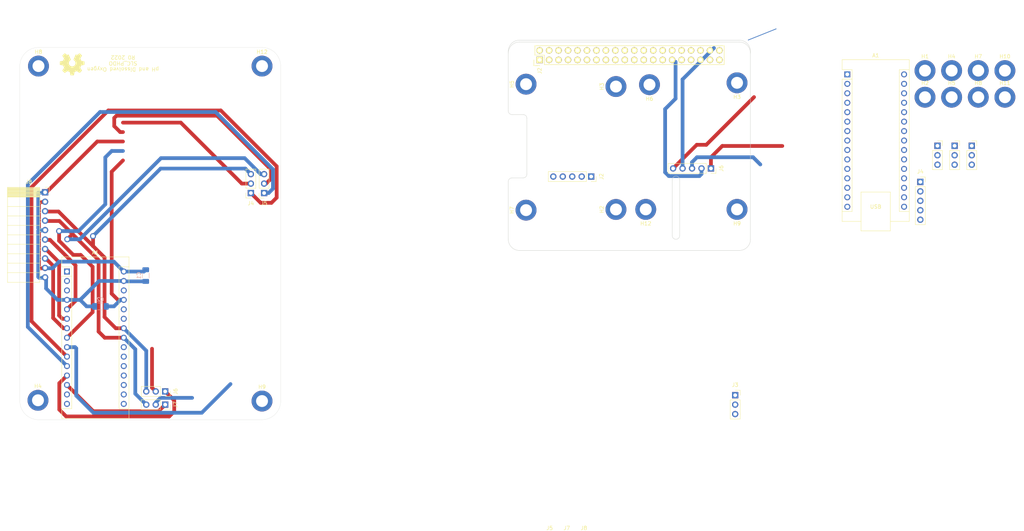
<source format=kicad_pcb>
(kicad_pcb (version 20240108) (generator "pcbnew") (generator_version "8.0")
  (layers (0 "F.Cu" signal) (31 "B.Cu" signal) (34 "B.Paste" user) (35 "F.Paste" user) (36 "B.SilkS" user "B.Silkscreen") (37 "F.SilkS" user "F.Silkscreen") (38 "B.Mask" user) (39 "F.Mask" user) (44 "Edge.Cuts" user))
  (net 0 "")
  (net 41 "/pH_DO/SYNC")
  (net 43 "/pH_DO/TX2")
  (net 45 "/pH_DO/TX1")
  (net 47 "/pH_DO/E_STOP")
  (net 48 "/pH_DO/RX1")
  (net 49 "/pH_DO/INT")
  (net 51 "GND")
  (net 52 "/pH_DO/I2C_CLK")
  (net 56 "/pH_DO/RX2")
  (net 58 "/pH_DO/OFFO2")
  (net 59 "/pH_DO/I2C_DAT")
  (net 66 "/pH_DO/OFFpH")
  (net 68 "+5V")
  (net 69 "+12V")
  (net 70 "/pH_DO/TX1{slash}SDA")
  (net 71 "/pH_DO/RX1{slash}SCL")
  (net 72 "/pH_DO/RX2{slash}SCL")
  (net 73 "/pH_DO/TX2{slash}SDA")
  (footprint "RPI_Hat:RPi_Hat_Mounting_Hole" (layer "F.Cu") (at 165.1 66.04)
    (property "Reference" "" (hide yes))
    (property "Value" "" (hide yes))
    (pad "" np_thru_hole circle (at 0 0) (size 2.75 2.75) (drill 2.75) (layers "*.Cu" "*.Mask") (clearance 1.725))
  )
  (footprint "RPI_Hat:RPi_Hat_Mounting_Hole" (layer "F.Cu") (at 107.1 66.04)
    (property "Reference" "" (hide yes))
    (property "Value" "" (hide yes))
    (pad "" np_thru_hole circle (at 0 0) (size 2.75 2.75) (drill 2.75) (layers "*.Cu" "*.Mask") (clearance 1.725))
  )
  (footprint "RPI_Hat:RPi_Hat_Mounting_Hole" (layer "F.Cu") (at 107.1 115.04)
    (property "Reference" "" (hide yes))
    (property "Value" "" (hide yes))
    (pad "" np_thru_hole circle (at 0 0) (size 2.75 2.75) (drill 2.75) (layers "*.Cu" "*.Mask") (clearance 1.725))
  )
  (footprint "RPI_Hat:RPi_Hat_Mounting_Hole" (layer "F.Cu") (at 165.1 115.04)
    (property "Reference" "" (hide yes))
    (property "Value" "" (hide yes))
    (pad "" np_thru_hole circle (at 0 0) (size 2.75 2.75) (drill 2.75) (layers "*.Cu" "*.Mask") (clearance 1.725))
  )
  (footprint "MountingHole:MountingHole_3.2mm_M3_DIN965_Pad" (layer "F.Cu") (at 132.5 107.52 90)
    (property "Reference" "H2" (at 0 -3.8 270) (layer "F.SilkS"))
    (property "Value" "MountingHole")
    (pad "1" thru_hole circle (at 0 0 90) (size 5.6 5.6) (drill 3.2) (layers "*.Cu" "*.Mask"))
  )
  (footprint "MountingHole:MountingHole_3.2mm_M3_DIN965_Pad" (layer "F.Cu") (at 132.5 74.5 90)
    (property "Reference" "H3" (at 0 -3.8 270) (layer "F.SilkS"))
    (property "Value" "MountingHole")
    (pad "1" thru_hole circle (at 0 0 90) (size 5.6 5.6) (drill 3.2) (layers "*.Cu" "*.Mask"))
  )
  (footprint "Connector_PinSocket_2.54mm:PinSocket_1x05_P2.54mm_Vertical" (layer "F.Cu") (at 158 96.5 -90)
    (property "Reference" "J6" (at 0 -2.77 90) (layer "F.SilkS"))
    (property "Value" "Conn_01x05_Female")
    (pad "1" thru_hole rect (at 0 0 270) (size 1.7 1.7) (drill 1) (layers "*.Cu" "*.Mask") (net 68 "+5V"))
    (pad "2" thru_hole oval (at 0 2.54 270) (size 1.7 1.7) (drill 1) (layers "*.Cu" "*.Mask") (net 66 "/pH_DO/OFFpH"))
    (pad "3" thru_hole oval (at 0 5.08 270) (size 1.7 1.7) (drill 1) (layers "*.Cu" "*.Mask") (net 51 "GND"))
    (pad "4" thru_hole oval (at 0 7.62 270) (size 1.7 1.7) (drill 1) (layers "*.Cu" "*.Mask") (net 73 "/pH_DO/TX2{slash}SDA"))
    (pad "5" thru_hole oval (at 0 10.16 270) (size 1.7 1.7) (drill 1) (layers "*.Cu" "*.Mask") (net 72 "/pH_DO/RX2{slash}SCL"))
  )
  (footprint "MountingHole:MountingHole_3.2mm_M3_DIN965_Pad" (layer "F.Cu") (at 229.75 70.22)
    (property "Reference" "H7" (at 0 -3.8 0) (layer "F.SilkS"))
    (property "Value" "MountingHole")
    (pad "1" thru_hole circle (at 0 0) (size 5.6 5.6) (drill 3.2) (layers "*.Cu" "*.Mask"))
  )
  (footprint "Connector_PinSocket_2.54mm:PinSocket_1x03_P2.54mm_Vertical" (layer "F.Cu") (at 11.510534 156.410534 -90)
    (property "Reference" "J6" (at 0 -2.77 90) (layer "F.SilkS"))
    (property "Value" "Conn_01x03_Male")
    (pad "1" thru_hole rect (at 0 0 270) (size 1.7 1.7) (drill 1) (layers "*.Cu" "*.Mask"))
    (pad "2" thru_hole oval (at 0 2.54 270) (size 1.7 1.7) (drill 1) (layers "*.Cu" "*.Mask"))
    (pad "3" thru_hole oval (at 0 5.08 270) (size 1.7 1.7) (drill 1) (layers "*.Cu" "*.Mask"))
  )
  (footprint "MountingHole:MountingHole_3.2mm_M3_DIN965_Pad" (layer "F.Cu") (at 37.5 159)
    (property "Reference" "H9" (at 0 -3.8 0) (layer "F.SilkS"))
    (property "Value" "MountingHole")
    (pad "1" thru_hole circle (at 0 0) (size 5.6 5.6) (drill 3.2) (layers "*.Cu" "*.Mask"))
  )
  (footprint "MountingHole:MountingHole_3.2mm_M3_DIN965_Pad" (layer "F.Cu") (at 236.9 70.22)
    (property "Reference" "H10" (at 0 -3.8 0) (layer "F.SilkS"))
    (property "Value" "MountingHole")
    (pad "1" thru_hole circle (at 0 0) (size 5.6 5.6) (drill 3.2) (layers "*.Cu" "*.Mask"))
  )
  (footprint "MountingHole:MountingHole_3.2mm_M3_DIN965_Pad" (layer "F.Cu") (at 222.6 70.22)
    (property "Reference" "H4" (at 0 -3.8 0) (layer "F.SilkS"))
    (property "Value" "MountingHole")
    (pad "1" thru_hole circle (at 0 0) (size 5.6 5.6) (drill 3.2) (layers "*.Cu" "*.Mask"))
  )
  (footprint "MountingHole:MountingHole_3.2mm_M3_DIN965_Pad" (layer "F.Cu") (at 215.45 70.22)
    (property "Reference" "H1" (at 0 -3.8 0) (layer "F.SilkS"))
    (property "Value" "MountingHole")
    (pad "1" thru_hole circle (at 0 0) (size 5.6 5.6) (drill 3.2) (layers "*.Cu" "*.Mask"))
  )
  (footprint "MountingHole:MountingHole_3.2mm_M3_DIN965_Pad" (layer "F.Cu") (at 165 73.5 180)
    (property "Reference" "H3" (at 0 -3.8 180) (layer "F.SilkS"))
    (property "Value" "MountingHole")
    (pad "1" thru_hole circle (at 0 0 180) (size 5.6 5.6) (drill 3.2) (layers "*.Cu" "*.Mask"))
  )
  (footprint "MountingHole:MountingHole_3.2mm_M3_DIN965_Pad" (layer "F.Cu") (at 108.37 107.705534 90)
    (property "Reference" "H7" (at 0 -3.8 270) (layer "F.SilkS"))
    (property "Value" "MountingHole")
    (pad "1" thru_hole circle (at 0 0 90) (size 5.6 5.6) (drill 3.2) (layers "*.Cu" "*.Mask"))
  )
  (footprint "MountingHole:MountingHole_3.2mm_M3_DIN965_Pad" (layer "F.Cu") (at 222.6 77.37)
    (property "Reference" "H5" (at 0 -3.8 0) (layer "F.SilkS"))
    (property "Value" "MountingHole")
    (pad "1" thru_hole circle (at 0 0) (size 5.6 5.6) (drill 3.2) (layers "*.Cu" "*.Mask"))
  )
  (footprint "Module:Arduino_Nano" (layer "F.Cu") (at -14.85 124.2)
    (property "Reference" "A1" (at 7.62 -5.08 0) (layer "F.SilkS"))
    (property "Value" "Arduino_Nano_v3.x")
    (pad "1" thru_hole rect (at 0 0) (size 1.6 1.6) (drill 1) (layers "*.Cu" "*.Mask"))
    (pad "2" thru_hole oval (at 0 2.54) (size 1.6 1.6) (drill 1) (layers "*.Cu" "*.Mask"))
    (pad "3" thru_hole oval (at 0 5.08) (size 1.6 1.6) (drill 1) (layers "*.Cu" "*.Mask"))
    (pad "4" thru_hole oval (at 0 7.62) (size 1.6 1.6) (drill 1) (layers "*.Cu" "*.Mask") (net 51 "GND"))
    (pad "5" thru_hole oval (at 0 10.16) (size 1.6 1.6) (drill 1) (layers "*.Cu" "*.Mask"))
    (pad "6" thru_hole oval (at 0 12.7) (size 1.6 1.6) (drill 1) (layers "*.Cu" "*.Mask"))
    (pad "7" thru_hole oval (at 0 15.24) (size 1.6 1.6) (drill 1) (layers "*.Cu" "*.Mask"))
    (pad "8" thru_hole oval (at 0 17.78) (size 1.6 1.6) (drill 1) (layers "*.Cu" "*.Mask"))
    (pad "9" thru_hole oval (at 0 20.32) (size 1.6 1.6) (drill 1) (layers "*.Cu" "*.Mask"))
    (pad "10" thru_hole oval (at 0 22.86) (size 1.6 1.6) (drill 1) (layers "*.Cu" "*.Mask"))
    (pad "11" thru_hole oval (at 0 25.4) (size 1.6 1.6) (drill 1) (layers "*.Cu" "*.Mask"))
    (pad "12" thru_hole oval (at 0 27.94) (size 1.6 1.6) (drill 1) (layers "*.Cu" "*.Mask"))
    (pad "13" thru_hole oval (at 0 30.48) (size 1.6 1.6) (drill 1) (layers "*.Cu" "*.Mask"))
    (pad "14" thru_hole oval (at 0 33.02) (size 1.6 1.6) (drill 1) (layers "*.Cu" "*.Mask"))
    (pad "15" thru_hole oval (at 0 35.56) (size 1.6 1.6) (drill 1) (layers "*.Cu" "*.Mask"))
    (pad "16" thru_hole oval (at 15.24 35.56) (size 1.6 1.6) (drill 1) (layers "*.Cu" "*.Mask"))
    (pad "17" thru_hole oval (at 15.24 33.02) (size 1.6 1.6) (drill 1) (layers "*.Cu" "*.Mask"))
    (pad "18" thru_hole oval (at 15.24 30.48) (size 1.6 1.6) (drill 1) (layers "*.Cu" "*.Mask"))
    (pad "19" thru_hole oval (at 15.24 27.94) (size 1.6 1.6) (drill 1) (layers "*.Cu" "*.Mask"))
    (pad "20" thru_hole oval (at 15.24 25.4) (size 1.6 1.6) (drill 1) (layers "*.Cu" "*.Mask"))
    (pad "21" thru_hole oval (at 15.24 22.86) (size 1.6 1.6) (drill 1) (layers "*.Cu" "*.Mask"))
    (pad "22" thru_hole oval (at 15.24 20.32) (size 1.6 1.6) (drill 1) (layers "*.Cu" "*.Mask"))
    (pad "23" thru_hole oval (at 15.24 17.78) (size 1.6 1.6) (drill 1) (layers "*.Cu" "*.Mask"))
    (pad "24" thru_hole oval (at 15.24 15.24) (size 1.6 1.6) (drill 1) (layers "*.Cu" "*.Mask"))
    (pad "25" thru_hole oval (at 15.24 12.7) (size 1.6 1.6) (drill 1) (layers "*.Cu" "*.Mask"))
    (pad "26" thru_hole oval (at 15.24 10.16) (size 1.6 1.6) (drill 1) (layers "*.Cu" "*.Mask"))
    (pad "27" thru_hole oval (at 15.24 7.62) (size 1.6 1.6) (drill 1) (layers "*.Cu" "*.Mask") (net 68 "+5V"))
    (pad "28" thru_hole oval (at 15.24 5.08) (size 1.6 1.6) (drill 1) (layers "*.Cu" "*.Mask"))
    (pad "29" thru_hole oval (at 15.24 2.54) (size 1.6 1.6) (drill 1) (layers "*.Cu" "*.Mask") (net 51 "GND"))
    (pad "30" thru_hole oval (at 15.24 0) (size 1.6 1.6) (drill 1) (layers "*.Cu" "*.Mask") (net 69 "+12V"))
  )
  (footprint "MountingHole:MountingHole_3.2mm_M3_DIN965_Pad" (layer "F.Cu") (at 37.5 69)
    (property "Reference" "H12" (at 0 -3.8 0) (layer "F.SilkS"))
    (property "Value" "MountingHole")
    (pad "1" thru_hole circle (at 0 0) (size 5.6 5.6) (drill 3.2) (layers "*.Cu" "*.Mask"))
  )
  (footprint "Connector_PinSocket_2.54mm:PinSocket_1x03_P2.54mm_Vertical" (layer "F.Cu") (at 218.8 90.42)
    (property "Reference" "J5" (at -104.1 102.71 0) (layer "F.SilkS"))
    (property "Value" "Conn_01x03_Male")
    (pad "1" thru_hole rect (at 0 0) (size 1.7 1.7) (drill 1) (layers "*.Cu" "*.Mask") (net 56 "/pH_DO/RX2"))
    (pad "2" thru_hole oval (at 0 2.54) (size 1.7 1.7) (drill 1) (layers "*.Cu" "*.Mask") (net 72 "/pH_DO/RX2{slash}SCL"))
    (pad "3" thru_hole oval (at 0 5.08) (size 1.7 1.7) (drill 1) (layers "*.Cu" "*.Mask") (net 52 "/pH_DO/I2C_CLK"))
  )
  (footprint "MountingHole:MountingHole_3.2mm_M3_DIN965_Pad" (layer "F.Cu") (at 229.75 77.37)
    (property "Reference" "H8" (at 0 -3.8 0) (layer "F.SilkS"))
    (property "Value" "MountingHole")
    (pad "1" thru_hole circle (at 0 0) (size 5.6 5.6) (drill 3.2) (layers "*.Cu" "*.Mask"))
  )
  (footprint "Connector_PinSocket_2.54mm:PinSocket_1x03_P2.54mm_Vertical" (layer "F.Cu") (at 164.5 157.42)
    (property "Reference" "J3" (at 0 -2.77 0) (layer "F.SilkS"))
    (property "Value" "Conn_01x03_Male")
    (pad "1" thru_hole rect (at 0 0) (size 1.7 1.7) (drill 1) (layers "*.Cu" "*.Mask") (net 45 "/pH_DO/TX1"))
    (pad "2" thru_hole oval (at 0 2.54) (size 1.7 1.7) (drill 1) (layers "*.Cu" "*.Mask") (net 70 "/pH_DO/TX1{slash}SDA"))
    (pad "3" thru_hole oval (at 0 5.08) (size 1.7 1.7) (drill 1) (layers "*.Cu" "*.Mask") (net 59 "/pH_DO/I2C_DAT"))
  )
  (footprint "MountingHole:MountingHole_3.2mm_M3_DIN965_Pad" (layer "F.Cu") (at 108.37 73.865 90)
    (property "Reference" "H5" (at 0 -3.8 270) (layer "F.SilkS"))
    (property "Value" "MountingHole")
    (pad "1" thru_hole circle (at 0 0 90) (size 5.6 5.6) (drill 3.2) (layers "*.Cu" "*.Mask"))
  )
  (footprint "Symbol:OSHW-Symbol_6.7x6mm_SilkScreen" (layer "F.Cu") (at -13.449466 68.514534 180)
    (property "Reference" "Logo1" (hide yes))
    (property "Value" "Logo_Open_Hardware_Small" (hide yes))
  )
  (footprint "MountingHole:MountingHole_3.2mm_M3_DIN965_Pad" (layer "F.Cu") (at -22.5 69)
    (property "Reference" "H8" (at 0 -3.8 0) (layer "F.SilkS"))
    (property "Value" "MountingHole")
    (pad "1" thru_hole circle (at 0 0) (size 5.6 5.6) (drill 3.2) (layers "*.Cu" "*.Mask"))
  )
  (footprint "Connector_PinSocket_2.54mm:PinSocket_1x10_P2.54mm_Horizontal" (layer "F.Cu") (at -20.729466 102.910534)
    (property "Reference" "J8" (at -4.38 -2.77 0) (layer "F.SilkS"))
    (property "Value" "Conn_01x10_Female")
    (pad "1" thru_hole rect (at 0 0) (size 1.7 1.7) (drill 1) (layers "*.Cu" "*.Mask") (net 51 "GND"))
    (pad "2" thru_hole oval (at 0 2.54) (size 1.7 1.7) (drill 1) (layers "*.Cu" "*.Mask") (net 69 "+12V"))
    (pad "3" thru_hole oval (at 0 5.08) (size 1.7 1.7) (drill 1) (layers "*.Cu" "*.Mask"))
    (pad "4" thru_hole oval (at 0 7.62) (size 1.7 1.7) (drill 1) (layers "*.Cu" "*.Mask"))
    (pad "5" thru_hole oval (at 0 10.16) (size 1.7 1.7) (drill 1) (layers "*.Cu" "*.Mask") (net 51 "GND"))
    (pad "6" thru_hole oval (at 0 12.7) (size 1.7 1.7) (drill 1) (layers "*.Cu" "*.Mask"))
    (pad "7" thru_hole oval (at 0 15.24) (size 1.7 1.7) (drill 1) (layers "*.Cu" "*.Mask"))
    (pad "8" thru_hole oval (at 0 17.78) (size 1.7 1.7) (drill 1) (layers "*.Cu" "*.Mask"))
    (pad "9" thru_hole oval (at 0 20.32) (size 1.7 1.7) (drill 1) (layers "*.Cu" "*.Mask") (net 69 "+12V"))
    (pad "10" thru_hole oval (at 0 22.86) (size 1.7 1.7) (drill 1) (layers "*.Cu" "*.Mask") (net 51 "GND"))
  )
  (footprint "Connector_PinSocket_2.54mm:PinSocket_1x03_P2.54mm_Vertical" (layer "F.Cu") (at 34.510534 103.110534 180)
    (property "Reference" "J4" (at 0 -2.77 0) (layer "F.SilkS"))
    (property "Value" "Conn_01x03_Male")
    (pad "1" thru_hole rect (at 0 0 180) (size 1.7 1.7) (drill 1) (layers "*.Cu" "*.Mask"))
    (pad "2" thru_hole oval (at 0 2.54 180) (size 1.7 1.7) (drill 1) (layers "*.Cu" "*.Mask"))
    (pad "3" thru_hole oval (at 0 5.08 180) (size 1.7 1.7) (drill 1) (layers "*.Cu" "*.Mask"))
  )
  (footprint "Connector_PinSocket_2.54mm:PinSocket_1x05_P2.54mm_Vertical" (layer "F.Cu") (at 125.844466 98.680534 -90)
    (property "Reference" "J2" (at 0 -2.77 90) (layer "F.SilkS"))
    (property "Value" "Conn_01x05_Female")
    (pad "1" thru_hole rect (at 0 0 270) (size 1.7 1.7) (drill 1) (layers "*.Cu" "*.Mask") (net 68 "+5V"))
    (pad "2" thru_hole oval (at 0 2.54 270) (size 1.7 1.7) (drill 1) (layers "*.Cu" "*.Mask"))
    (pad "3" thru_hole oval (at 0 5.08 270) (size 1.7 1.7) (drill 1) (layers "*.Cu" "*.Mask") (net 51 "GND"))
    (pad "4" thru_hole oval (at 0 7.62 270) (size 1.7 1.7) (drill 1) (layers "*.Cu" "*.Mask"))
    (pad "5" thru_hole oval (at 0 10.16 270) (size 1.7 1.7) (drill 1) (layers "*.Cu" "*.Mask"))
  )
  (footprint "MountingHole:MountingHole_3.2mm_M3_DIN965_Pad" (layer "F.Cu") (at -22.634466 158.790534)
    (property "Reference" "H4" (at 0 -3.8 0) (layer "F.SilkS"))
    (property "Value" "MountingHole")
    (pad "1" thru_hole circle (at 0 0) (size 5.6 5.6) (drill 3.2) (layers "*.Cu" "*.Mask"))
  )
  (footprint "Connector_PinSocket_2.54mm:PinSocket_1x05_P2.54mm_Vertical" (layer "F.Cu") (at 214.2 100.12)
    (property "Reference" "J4" (at 0 -2.77 0) (layer "F.SilkS"))
    (property "Value" "Conn_01x05_Female")
    (pad "1" thru_hole rect (at 0 0) (size 1.7 1.7) (drill 1) (layers "*.Cu" "*.Mask") (net 68 "+5V"))
    (pad "2" thru_hole oval (at 0 2.54) (size 1.7 1.7) (drill 1) (layers "*.Cu" "*.Mask") (net 58 "/pH_DO/OFFO2"))
    (pad "3" thru_hole oval (at 0 5.08) (size 1.7 1.7) (drill 1) (layers "*.Cu" "*.Mask") (net 51 "GND"))
    (pad "4" thru_hole oval (at 0 7.62) (size 1.7 1.7) (drill 1) (layers "*.Cu" "*.Mask") (net 70 "/pH_DO/TX1{slash}SDA"))
    (pad "5" thru_hole oval (at 0 10.16) (size 1.7 1.7) (drill 1) (layers "*.Cu" "*.Mask") (net 71 "/pH_DO/RX1{slash}SCL"))
  )
  (footprint "Connector_PinSocket_2.54mm:PinSocket_1x03_P2.54mm_Vertical" (layer "F.Cu") (at 223.4 90.42)
    (property "Reference" "J7" (at -104.1 102.71 0) (layer "F.SilkS"))
    (property "Value" "Conn_01x03_Male")
    (pad "1" thru_hole rect (at 0 0) (size 1.7 1.7) (drill 1) (layers "*.Cu" "*.Mask") (net 43 "/pH_DO/TX2"))
    (pad "2" thru_hole oval (at 0 2.54) (size 1.7 1.7) (drill 1) (layers "*.Cu" "*.Mask") (net 73 "/pH_DO/TX2{slash}SDA"))
    (pad "3" thru_hole oval (at 0 5.08) (size 1.7 1.7) (drill 1) (layers "*.Cu" "*.Mask") (net 59 "/pH_DO/I2C_DAT"))
  )
  (footprint "MountingHole:MountingHole_3.2mm_M3_DIN965_Pad" (layer "F.Cu") (at 165 107.5 180)
    (property "Reference" "H9" (at 0 -3.8 180) (layer "F.SilkS"))
    (property "Value" "MountingHole")
    (pad "1" thru_hole circle (at 0 0 180) (size 5.6 5.6) (drill 3.2) (layers "*.Cu" "*.Mask"))
  )
  (footprint "MountingHole:MountingHole_3.2mm_M3_DIN965_Pad" (layer "F.Cu") (at 215.45 77.37)
    (property "Reference" "H2" (at 0 -3.8 0) (layer "F.SilkS"))
    (property "Value" "MountingHole")
    (pad "1" thru_hole circle (at 0 0) (size 5.6 5.6) (drill 3.2) (layers "*.Cu" "*.Mask"))
  )
  (footprint "MountingHole:MountingHole_3.2mm_M3_DIN965_Pad" (layer "F.Cu") (at 141.5 74 180)
    (property "Reference" "H6" (at 0 -3.8 180) (layer "F.SilkS"))
    (property "Value" "MountingHole")
    (pad "1" thru_hole circle (at 0 0 180) (size 5.6 5.6) (drill 3.2) (layers "*.Cu" "*.Mask"))
  )
  (footprint "Connector_PinSocket_2.54mm:PinSocket_1x03_P2.54mm_Vertical" (layer "F.Cu") (at 11.510534 159.960534 -90)
    (property "Reference" "J7" (at 0 -2.77 90) (layer "F.SilkS"))
    (property "Value" "Conn_01x03_Male")
    (pad "1" thru_hole rect (at 0 0 270) (size 1.7 1.7) (drill 1) (layers "*.Cu" "*.Mask"))
    (pad "2" thru_hole oval (at 0 2.54 270) (size 1.7 1.7) (drill 1) (layers "*.Cu" "*.Mask"))
    (pad "3" thru_hole oval (at 0 5.08 270) (size 1.7 1.7) (drill 1) (layers "*.Cu" "*.Mask"))
  )
  (footprint "Connector_PinSocket_2.54mm:PinSocket_1x03_P2.54mm_Vertical" (layer "F.Cu") (at 38.060534 103.110534 180)
    (property "Reference" "J5" (at 0 -2.77 0) (layer "F.SilkS"))
    (property "Value" "Conn_01x03_Male")
    (pad "1" thru_hole rect (at 0 0 180) (size 1.7 1.7) (drill 1) (layers "*.Cu" "*.Mask"))
    (pad "2" thru_hole oval (at 0 2.54 180) (size 1.7 1.7) (drill 1) (layers "*.Cu" "*.Mask"))
    (pad "3" thru_hole oval (at 0 5.08 180) (size 1.7 1.7) (drill 1) (layers "*.Cu" "*.Mask"))
  )
  (footprint "MountingHole:MountingHole_3.2mm_M3_DIN965_Pad" (layer "F.Cu") (at 236.9 77.37)
    (property "Reference" "H11" (at 0 -3.8 0) (layer "F.SilkS"))
    (property "Value" "MountingHole")
    (pad "1" thru_hole circle (at 0 0) (size 5.6 5.6) (drill 3.2) (layers "*.Cu" "*.Mask"))
  )
  (footprint "Connector_PinSocket_2.54mm:PinSocket_1x03_P2.54mm_Vertical" (layer "F.Cu") (at 228 90.42)
    (property "Reference" "J8" (at -104.1 102.71 0) (layer "F.SilkS"))
    (property "Value" "Conn_01x03_Male")
    (pad "1" thru_hole rect (at 0 0) (size 1.7 1.7) (drill 1) (layers "*.Cu" "*.Mask") (net 48 "/pH_DO/RX1"))
    (pad "2" thru_hole oval (at 0 2.54) (size 1.7 1.7) (drill 1) (layers "*.Cu" "*.Mask") (net 71 "/pH_DO/RX1{slash}SCL"))
    (pad "3" thru_hole oval (at 0 5.08) (size 1.7 1.7) (drill 1) (layers "*.Cu" "*.Mask") (net 52 "/pH_DO/I2C_CLK"))
  )
  (footprint "MountingHole:MountingHole_3.2mm_M3_DIN965_Pad" (layer "F.Cu") (at 140.5 107.5 180)
    (property "Reference" "H12" (at 0 -3.8 180) (layer "F.SilkS"))
    (property "Value" "MountingHole")
    (pad "1" thru_hole circle (at 0 0 180) (size 5.6 5.6) (drill 3.2) (layers "*.Cu" "*.Mask"))
  )
  (footprint "Module:Arduino_Nano" (layer "F.Cu") (at 194.6 71.23)
    (property "Reference" "A1" (at 7.62 -5.08 0) (layer "F.SilkS"))
    (property "Value" "Arduino_Nano_v3.x")
    (fp_text user "USB" (at 7.62 35.56 0) (layer "F.SilkS"))
    (pad "1" thru_hole rect (at 0 0) (size 1.6 1.6) (drill 1) (layers "*.Cu" "*.Mask"))
    (pad "2" thru_hole oval (at 0 2.54) (size 1.6 1.6) (drill 1) (layers "*.Cu" "*.Mask"))
    (pad "3" thru_hole oval (at 0 5.08) (size 1.6 1.6) (drill 1) (layers "*.Cu" "*.Mask"))
    (pad "4" thru_hole oval (at 0 7.62) (size 1.6 1.6) (drill 1) (layers "*.Cu" "*.Mask") (net 51 "GND"))
    (pad "5" thru_hole oval (at 0 10.16) (size 1.6 1.6) (drill 1) (layers "*.Cu" "*.Mask") (net 47 "/pH_DO/E_STOP"))
    (pad "6" thru_hole oval (at 0 12.7) (size 1.6 1.6) (drill 1) (layers "*.Cu" "*.Mask") (net 49 "/pH_DO/INT"))
    (pad "7" thru_hole oval (at 0 15.24) (size 1.6 1.6) (drill 1) (layers "*.Cu" "*.Mask") (net 41 "/pH_DO/SYNC"))
    (pad "8" thru_hole oval (at 0 17.78) (size 1.6 1.6) (drill 1) (layers "*.Cu" "*.Mask") (net 58 "/pH_DO/OFFO2"))
    (pad "9" thru_hole oval (at 0 20.32) (size 1.6 1.6) (drill 1) (layers "*.Cu" "*.Mask") (net 66 "/pH_DO/OFFpH"))
    (pad "10" thru_hole oval (at 0 22.86) (size 1.6 1.6) (drill 1) (layers "*.Cu" "*.Mask") (net 48 "/pH_DO/RX1"))
    (pad "11" thru_hole oval (at 0 25.4) (size 1.6 1.6) (drill 1) (layers "*.Cu" "*.Mask") (net 45 "/pH_DO/TX1"))
    (pad "12" thru_hole oval (at 0 27.94) (size 1.6 1.6) (drill 1) (layers "*.Cu" "*.Mask") (net 56 "/pH_DO/RX2"))
    (pad "13" thru_hole oval (at 0 30.48) (size 1.6 1.6) (drill 1) (layers "*.Cu" "*.Mask") (net 43 "/pH_DO/TX2"))
    (pad "14" thru_hole oval (at 0 33.02) (size 1.6 1.6) (drill 1) (layers "*.Cu" "*.Mask"))
    (pad "15" thru_hole oval (at 0 35.56) (size 1.6 1.6) (drill 1) (layers "*.Cu" "*.Mask"))
    (pad "16" thru_hole oval (at 15.24 35.56) (size 1.6 1.6) (drill 1) (layers "*.Cu" "*.Mask"))
    (pad "17" thru_hole oval (at 15.24 33.02) (size 1.6 1.6) (drill 1) (layers "*.Cu" "*.Mask"))
    (pad "18" thru_hole oval (at 15.24 30.48) (size 1.6 1.6) (drill 1) (layers "*.Cu" "*.Mask"))
    (pad "19" thru_hole oval (at 15.24 27.94) (size 1.6 1.6) (drill 1) (layers "*.Cu" "*.Mask"))
    (pad "20" thru_hole oval (at 15.24 25.4) (size 1.6 1.6) (drill 1) (layers "*.Cu" "*.Mask"))
    (pad "21" thru_hole oval (at 15.24 22.86) (size 1.6 1.6) (drill 1) (layers "*.Cu" "*.Mask"))
    (pad "22" thru_hole oval (at 15.24 20.32) (size 1.6 1.6) (drill 1) (layers "*.Cu" "*.Mask"))
    (pad "23" thru_hole oval (at 15.24 17.78) (size 1.6 1.6) (drill 1) (layers "*.Cu" "*.Mask") (net 59 "/pH_DO/I2C_DAT"))
    (pad "24" thru_hole oval (at 15.24 15.24) (size 1.6 1.6) (drill 1) (layers "*.Cu" "*.Mask") (net 52 "/pH_DO/I2C_CLK"))
    (pad "25" thru_hole oval (at 15.24 12.7) (size 1.6 1.6) (drill 1) (layers "*.Cu" "*.Mask"))
    (pad "26" thru_hole oval (at 15.24 10.16) (size 1.6 1.6) (drill 1) (layers "*.Cu" "*.Mask"))
    (pad "27" thru_hole oval (at 15.24 7.62) (size 1.6 1.6) (drill 1) (layers "*.Cu" "*.Mask") (net 68 "+5V"))
    (pad "28" thru_hole oval (at 15.24 5.08) (size 1.6 1.6) (drill 1) (layers "*.Cu" "*.Mask"))
    (pad "29" thru_hole oval (at 15.24 2.54) (size 1.6 1.6) (drill 1) (layers "*.Cu" "*.Mask") (net 51 "GND"))
    (pad "30" thru_hole oval (at 15.24 0) (size 1.6 1.6) (drill 1) (layers "*.Cu" "*.Mask") (net 69 "+12V"))
  )
  (footprint "RPI_Hat:Pin_Header_Straight_2x20" (layer "F.Cu") (at 136.15 66.07 90)
    (property "Reference" "J2" (at -4.191 -24.13 -90) (layer "F.SilkS"))
    (property "Value" "RPi_GPIO")
    (pad "1" thru_hole rect (at -1.27 -24.13 90) (size 1.7272 1.7272) (drill 1.016) (layers "*.Cu" "*.Mask" "F.SilkS"))
    (pad "2" thru_hole oval (at 1.27 -24.13 90) (size 1.7272 1.7272) (drill 1.016) (layers "*.Cu" "*.Mask" "F.SilkS"))
    (pad "3" thru_hole oval (at -1.27 -21.59 90) (size 1.7272 1.7272) (drill 1.016) (layers "*.Cu" "*.Mask" "F.SilkS"))
    (pad "4" thru_hole oval (at 1.27 -21.59 90) (size 1.7272 1.7272) (drill 1.016) (layers "*.Cu" "*.Mask" "F.SilkS"))
    (pad "5" thru_hole oval (at -1.27 -19.05 90) (size 1.7272 1.7272) (drill 1.016) (layers "*.Cu" "*.Mask" "F.SilkS"))
    (pad "6" thru_hole oval (at 1.27 -19.05 90) (size 1.7272 1.7272) (drill 1.016) (layers "*.Cu" "*.Mask" "F.SilkS"))
    (pad "7" thru_hole oval (at -1.27 -16.51 90) (size 1.7272 1.7272) (drill 1.016) (layers "*.Cu" "*.Mask" "F.SilkS"))
    (pad "8" thru_hole oval (at 1.27 -16.51 90) (size 1.7272 1.7272) (drill 1.016) (layers "*.Cu" "*.Mask" "F.SilkS"))
    (pad "9" thru_hole oval (at -1.27 -13.97 90) (size 1.7272 1.7272) (drill 1.016) (layers "*.Cu" "*.Mask" "F.SilkS"))
    (pad "10" thru_hole oval (at 1.27 -13.97 90) (size 1.7272 1.7272) (drill 1.016) (layers "*.Cu" "*.Mask" "F.SilkS"))
    (pad "11" thru_hole oval (at -1.27 -11.43 90) (size 1.7272 1.7272) (drill 1.016) (layers "*.Cu" "*.Mask" "F.SilkS"))
    (pad "12" thru_hole oval (at 1.27 -11.43 90) (size 1.7272 1.7272) (drill 1.016) (layers "*.Cu" "*.Mask" "F.SilkS"))
    (pad "13" thru_hole oval (at -1.27 -8.89 90) (size 1.7272 1.7272) (drill 1.016) (layers "*.Cu" "*.Mask" "F.SilkS"))
    (pad "14" thru_hole oval (at 1.27 -8.89 90) (size 1.7272 1.7272) (drill 1.016) (layers "*.Cu" "*.Mask" "F.SilkS"))
    (pad "15" thru_hole oval (at -1.27 -6.35 90) (size 1.7272 1.7272) (drill 1.016) (layers "*.Cu" "*.Mask" "F.SilkS"))
    (pad "16" thru_hole oval (at 1.27 -6.35 90) (size 1.7272 1.7272) (drill 1.016) (layers "*.Cu" "*.Mask" "F.SilkS"))
    (pad "17" thru_hole oval (at -1.27 -3.81 90) (size 1.7272 1.7272) (drill 1.016) (layers "*.Cu" "*.Mask" "F.SilkS"))
    (pad "18" thru_hole oval (at 1.27 -3.81 90) (size 1.7272 1.7272) (drill 1.016) (layers "*.Cu" "*.Mask" "F.SilkS"))
    (pad "19" thru_hole oval (at -1.27 -1.27 90) (size 1.7272 1.7272) (drill 1.016) (layers "*.Cu" "*.Mask" "F.SilkS"))
    (pad "20" thru_hole oval (at 1.27 -1.27 90) (size 1.7272 1.7272) (drill 1.016) (layers "*.Cu" "*.Mask" "F.SilkS"))
    (pad "21" thru_hole oval (at -1.27 1.27 90) (size 1.7272 1.7272) (drill 1.016) (layers "*.Cu" "*.Mask" "F.SilkS"))
    (pad "22" thru_hole oval (at 1.27 1.27 90) (size 1.7272 1.7272) (drill 1.016) (layers "*.Cu" "*.Mask" "F.SilkS"))
    (pad "23" thru_hole oval (at -1.27 3.81 90) (size 1.7272 1.7272) (drill 1.016) (layers "*.Cu" "*.Mask" "F.SilkS"))
    (pad "24" thru_hole oval (at 1.27 3.81 90) (size 1.7272 1.7272) (drill 1.016) (layers "*.Cu" "*.Mask" "F.SilkS"))
    (pad "25" thru_hole oval (at -1.27 6.35 90) (size 1.7272 1.7272) (drill 1.016) (layers "*.Cu" "*.Mask" "F.SilkS"))
    (pad "26" thru_hole oval (at 1.27 6.35 90) (size 1.7272 1.7272) (drill 1.016) (layers "*.Cu" "*.Mask" "F.SilkS"))
    (pad "27" thru_hole oval (at -1.27 8.89 90) (size 1.7272 1.7272) (drill 1.016) (layers "*.Cu" "*.Mask" "F.SilkS"))
    (pad "28" thru_hole oval (at 1.27 8.89 90) (size 1.7272 1.7272) (drill 1.016) (layers "*.Cu" "*.Mask" "F.SilkS"))
    (pad "29" thru_hole oval (at -1.27 11.43 90) (size 1.7272 1.7272) (drill 1.016) (layers "*.Cu" "*.Mask" "F.SilkS"))
    (pad "30" thru_hole oval (at 1.27 11.43 90) (size 1.7272 1.7272) (drill 1.016) (layers "*.Cu" "*.Mask" "F.SilkS"))
    (pad "31" thru_hole oval (at -1.27 13.97 90) (size 1.7272 1.7272) (drill 1.016) (layers "*.Cu" "*.Mask" "F.SilkS"))
    (pad "32" thru_hole oval (at 1.27 13.97 90) (size 1.7272 1.7272) (drill 1.016) (layers "*.Cu" "*.Mask" "F.SilkS"))
    (pad "33" thru_hole oval (at -1.27 16.51 90) (size 1.7272 1.7272) (drill 1.016) (layers "*.Cu" "*.Mask" "F.SilkS"))
    (pad "34" thru_hole oval (at 1.27 16.51 90) (size 1.7272 1.7272) (drill 1.016) (layers "*.Cu" "*.Mask" "F.SilkS"))
    (pad "35" thru_hole oval (at -1.27 19.05 90) (size 1.7272 1.7272) (drill 1.016) (layers "*.Cu" "*.Mask" "F.SilkS"))
    (pad "36" thru_hole oval (at 1.27 19.05 90) (size 1.7272 1.7272) (drill 1.016) (layers "*.Cu" "*.Mask" "F.SilkS"))
    (pad "37" thru_hole oval (at -1.27 21.59 90) (size 1.7272 1.7272) (drill 1.016) (layers "*.Cu" "*.Mask" "F.SilkS"))
    (pad "38" thru_hole oval (at 1.27 21.59 90) (size 1.7272 1.7272) (drill 1.016) (layers "*.Cu" "*.Mask" "F.SilkS"))
    (pad "39" thru_hole oval (at -1.27 24.13 90) (size 1.7272 1.7272) (drill 1.016) (layers "*.Cu" "*.Mask" "F.SilkS"))
    (pad "40" thru_hole oval (at 1.27 24.13 90) (size 1.7272 1.7272) (drill 1.016) (layers "*.Cu" "*.Mask" "F.SilkS"))
  )
  (footprint "Extras:C_1206_3216Metric_Pad1.33x1.80mm_HandSolder" (layer "B.Cu") (at -5.884466 133.565534 180)
    (property "Reference" "C2" (at 0 1.85 0) (layer "B.SilkS") (effects (justify mirror)))
    (property "Value" "10uF_t")
    (pad "1" smd roundrect (at -1.5625 0 180) (size 1.325 1.8) (layers "B.Cu" "B.Paste" "B.Mask") (roundrect_rratio 0.1886792453) (net 68 "+5V"))
    (pad "2" smd roundrect (at 1.5625 0 180) (size 1.325 1.8) (layers "B.Cu" "B.Paste" "B.Mask") (roundrect_rratio 0.1886792453) (net 51 "GND"))
  )
  (footprint "Extras:C_1206_3216Metric_Pad1.33x1.80mm_HandSolder" (layer "B.Cu") (at 6.285534 125.285534 -90)
    (property "Reference" "C1" (at 0 1.85 90) (layer "B.SilkS") (effects (justify mirror)))
    (property "Value" "10uF_t")
    (pad "1" smd roundrect (at -1.5625 0 270) (size 1.325 1.8) (layers "B.Cu" "B.Paste" "B.Mask") (roundrect_rratio 0.1886792453) (net 69 "+12V"))
    (pad "2" smd roundrect (at 1.5625 0 270) (size 1.325 1.8) (layers "B.Cu" "B.Paste" "B.Mask") (roundrect_rratio 0.1886792453) (net 51 "GND"))
  )
  (gr_line (start 175.5 59) (end 168 62) (stroke (width 0.2)) (layer "B.Cu"))
  (gr_arc (start 165.6 62.04) (mid 167.72132 62.91868) (end 168.6 65.04) (stroke (width 0.1)) (layer "Edge.Cuts"))
  (gr_arc (start 103.6 65.04) (mid 104.47868 62.91868) (end 106.6 62.04) (stroke (width 0.1)) (layer "Edge.Cuts"))
  (gr_arc (start 106.6 118.54) (mid 104.47868 117.66132) (end 103.6 115.54) (stroke (width 0.1)) (layer "Edge.Cuts"))
  (gr_arc (start 168.6 115.54) (mid 167.72132 117.66132) (end 165.6 118.54) (stroke (width 0.1)) (layer "Edge.Cuts"))
  (gr_arc (start 104.6 82.04) (mid 103.892893 81.747107) (end 103.6 81.04) (stroke (width 0.1)) (layer "Edge.Cuts"))
  (gr_arc (start 107.6 82.04) (mid 108.307107 82.332893) (end 108.6 83.04) (stroke (width 0.1)) (layer "Edge.Cuts"))
  (gr_arc (start 108.6 98.04) (mid 108.307107 98.747107) (end 107.6 99.04) (stroke (width 0.1)) (layer "Edge.Cuts"))
  (gr_arc (start 103.6 100.04) (mid 103.892893 99.332893) (end 104.6 99.04) (stroke (width 0.1)) (layer "Edge.Cuts"))
  (gr_line (start 149.6 99.54) (end 149.6 114.54) (stroke (width 0.1)) (layer "Edge.Cuts"))
  (gr_arc (start 149.6 114.54) (mid 148.6 115.54) (end 147.6 114.54) (stroke (width 0.1)) (layer "Edge.Cuts"))
  (gr_arc (start 103.6 65.54) (mid 104.47868 63.41868) (end 106.6 62.54) (stroke (width 0.1)) (layer "Edge.Cuts"))
  (gr_line (start 106.6 62.54) (end 165.6 62.54) (stroke (width 0.1)) (layer "Edge.Cuts"))
  (gr_arc (start 165.6 62.54) (mid 167.72132 63.41868) (end 168.6 65.54) (stroke (width 0.1)) (layer "Edge.Cuts"))
  (gr_arc (start 42.5 159) (mid 41.035544 162.535544) (end 37.5 164) (stroke (width 0.05)) (layer "Edge.Cuts"))
  (gr_arc (start -27.5 69) (mid -26.035533 65.464467) (end -22.5 64) (stroke (width 0.05)) (layer "Edge.Cuts"))
  (gr_line (start 103.6 65.04) (end 103.6 81.04) (stroke (width 0.1)) (layer "Edge.Cuts"))
  (gr_line (start 106.6 118.54) (end 165.6 118.54) (stroke (width 0.1)) (layer "Edge.Cuts"))
  (gr_line (start -27.5 159) (end -27.5 69) (stroke (width 0.05)) (layer "Edge.Cuts"))
  (gr_line (start 104.6 99.04) (end 107.6 99.04) (stroke (width 0.1)) (layer "Edge.Cuts"))
  (gr_arc (start -22.5 164) (mid -26.03551 162.53551) (end -27.5 159) (stroke (width 0.05)) (layer "Edge.Cuts"))
  (gr_line (start -22.5 164) (end 37.5 164) (stroke (width 0.05)) (layer "Edge.Cuts"))
  (gr_line (start 108.6 83.04) (end 108.6 98.04) (stroke (width 0.1)) (layer "Edge.Cuts"))
  (gr_line (start 42.5 69) (end 42.5 159) (stroke (width 0.05)) (layer "Edge.Cuts"))
  (gr_line (start 168.6 65.04) (end 168.6 115.54) (stroke (width 0.1)) (layer "Edge.Cuts"))
  (gr_line (start 104.6 82.04) (end 107.6 82.04) (stroke (width 0.1)) (layer "Edge.Cuts"))
  (gr_arc (start 147.6 99.54) (mid 148.6 98.54) (end 149.6 99.54) (stroke (width 0.1)) (layer "Edge.Cuts"))
  (gr_arc (start 37.5 64) (mid 41.035558 65.464442) (end 42.5 69) (stroke (width 0.05)) (layer "Edge.Cuts"))
  (gr_line (start 147.6 99.54) (end 147.6 114.54) (stroke (width 0.1)) (layer "Edge.Cuts"))
  (gr_line (start -22.5 64) (end 37.5 64) (stroke (width 0.05)) (layer "Edge.Cuts"))
  (gr_line (start 106.6 62.04) (end 165.6 62.04) (stroke (width 0.1)) (layer "Edge.Cuts"))
  (gr_line (start 103.6 100.04) (end 103.6 115.54) (stroke (width 0.1)) (layer "Edge.Cuts"))
  (gr_text "pH and Dissolved Oxygen\nSLC_PHDO\nR0 2022" (at 0.185534 68.260534 180) (layer "F.SilkS") (effects (font (size 1 1))))
  (segment (start -1.564466 82.335534) (end -2.164466 82.935534) (width 1) (layer "F.Cu") (net 0))
  (segment (start -2.164466 85.135534) (end -0.57 86.73) (width 1) (layer "F.Cu") (net 0))
  (segment (start 41.435534 104.335534) (end 41.435534 95.935534) (width 1) (layer "F.Cu") (net 0))
  (segment (start -2.164466 82.935534) (end -2.164466 85.135534) (width 1) (layer "F.Cu") (net 0))
  (segment (start -6.364466 140.335534) (end -6.364466 121.136252) (width 1) (layer "F.Cu") (net 0))
  (segment (start -7.794466 161.735534) (end -14.85 154.68) (width 1) (layer "F.Cu") (net 0))
  (segment (start -11.164466 119.735534) (end -7.964466 122.935534) (width 1) (layer "F.Cu") (net 0))
  (segment (start -16.964466 115.935534) (end -13.164466 119.735534) (width 1) (layer "F.Cu") (net 0))
  (segment (start 38.060534 100.570534) (end 38.600534 100.570534) (width 1) (layer "F.Cu") (net 0))
  (segment (start 38.600534 100.570534) (end 39.835534 99.335534) (width 1) (layer "F.Cu") (net 0))
  (segment (start 7.975682 155.415682) (end 7.975682 144.945386) (width 1) (layer "F.Cu") (net 0))
  (segment (start -20.45 118.24) (end -16.964466 121.725534) (width 1) (layer "F.Cu") (net 0))
  (segment (start -6.364466 121.135534) (end -6.365184 121.135534) (width 1) (layer "F.Cu") (net 0))
  (segment (start -13.464825 114.235893) (end -13.264825 114.235893) (width 1) (layer "F.Cu") (net 0))
  (segment (start -24.364466 137.545534) (end -14.85 147.06) (width 1) (layer "F.Cu") (net 0))
  (segment (start 13.935534 158.835534) (end 13.935534 161.785534) (width 1) (layer "F.Cu") (net 0))
  (segment (start -19.4 115.7) (end -12.564466 122.535534) (width 1) (layer "F.Cu") (net 0))
  (segment (start -7.864466 114.685534) (end -7.85 114.7) (width 0.25) (layer "F.Cu") (net 0))
  (segment (start -13.264825 114.235893) (end -16.880718 110.62) (width 1) (layer "F.Cu") (net 0))
  (segment (start -1.76 139.44) (end -4.764466 136.435534) (width 1) (layer "F.Cu") (net 0))
  (segment (start -20.45 115.7) (end -19.4 115.7) (width 1) (layer "F.Cu") (net 0))
  (segment (start -24.364466 101.535534) (end -24.364466 137.545534) (width 1) (layer "F.Cu") (net 0))
  (segment (start -17.12 108.08) (end -20.45 108.08) (width 1) (layer "F.Cu") (net 0))
  (segment (start 39.835534 99.335534) (end 39.835534 96.735534) (width 1) (layer "F.Cu") (net 0))
  (segment (start -20.45 120.78) (end -18.564466 122.665534) (width 1) (layer "F.Cu") (net 0))
  (segment (start 0.39 139.44) (end -1.76 139.44) (width 1) (layer "F.Cu") (net 0))
  (segment (start 12.585534 163.135534) (end -15.064466 163.135534) (width 1) (layer "F.Cu") (net 0))
  (segment (start -15.064466 163.135534) (end -16.914466 161.285534) (width 1) (layer "F.Cu") (net 0))
  (segment (start -0.57 86.73) (end 0.175 86.73) (width 1) (layer "F.Cu") (net 0))
  (segment (start 34.510534 100.570534) (end 32.070534 100.570534) (width 1) (layer "F.Cu") (net 0))
  (segment (start 0.39 141.98) (end -4.72 141.98) (width 1) (layer "F.Cu") (net 0))
  (segment (start -7.964466 135.094466) (end -14.85 141.98) (width 1) (layer "F.Cu") (net 0))
  (segment (start 40.035534 105.735534) (end 41.435534 104.335534) (width 1) (layer "F.Cu") (net 0))
  (segment (start 34.510534 103.110534) (end 37.135534 105.735534) (width 1) (layer "F.Cu") (net 0))
  (segment (start -7.964466 122.935534) (end -7.964466 135.094466) (width 1) (layer "F.Cu") (net 0))
  (segment (start -3.764466 80.935534) (end -24.364466 101.535534) (width 1) (layer "F.Cu") (net 0))
  (segment (start -12.564466 122.535534) (end -12.564466 132.074466) (width 1) (layer "F.Cu") (net 0))
  (segment (start -16.075 136.9) (end -14.85 136.9) (width 1) (layer "F.Cu") (net 0))
  (segment (start 32.070534 100.570534) (end 15.69 84.19) (width 1) (layer "F.Cu") (net 0))
  (segment (start -16.914466 161.285534) (end -16.914466 154.204466) (width 1) (layer "F.Cu") (net 0))
  (segment (start -16.964466 136.010534) (end -16.075 136.9) (width 1) (layer "F.Cu") (net 0))
  (segment (start -13.164466 119.735534) (end -11.164466 119.735534) (width 1) (layer "F.Cu") (net 0))
  (segment (start 26.435534 80.935534) (end -3.764466 80.935534) (width 1) (layer "F.Cu") (net 0))
  (segment (start 8.970534 156.410534) (end 7.975682 155.415682) (width 1) (layer "F.Cu") (net 0))
  (segment (start 41.435534 95.935534) (end 26.435534 80.935534) (width 1) (layer "F.Cu") (net 0))
  (segment (start -7.85 117.35) (end -17.12 108.08) (width 1) (layer "F.Cu") (net 0))
  (segment (start 39.835534 96.735534) (end 25.435534 82.335534) (width 1) (layer "F.Cu") (net 0))
  (segment (start -18.564466 136.680534) (end -15.805 139.44) (width 1) (layer "F.Cu") (net 0))
  (segment (start -18.564466 122.665534) (end -18.564466 136.680534) (width 1) (layer "F.Cu") (net 0))
  (segment (start 15.69 84.19) (end 0.175 84.19) (width 1) (layer "F.Cu") (net 0))
  (segment (start -4.764466 136.435534) (end -4.764466 120.435534) (width 1) (layer "F.Cu") (net 0))
  (segment (start -7.85 114.7) (end -7.85 117.35) (width 1) (layer "F.Cu") (net 0))
  (segment (start -16.880718 110.62) (end -20.45 110.62) (width 1) (layer "F.Cu") (net 0))
  (segment (start 11.510534 159.960534) (end 9.735534 161.735534) (width 1) (layer "F.Cu") (net 0))
  (segment (start -4.764466 120.435534) (end -7.85 117.35) (width 1) (layer "F.Cu") (net 0))
  (segment (start 9.735534 161.735534) (end -7.794466 161.735534) (width 1) (layer "F.Cu") (net 0))
  (segment (start -4.72 141.98) (end -6.364466 140.335534) (width 1) (layer "F.Cu") (net 0))
  (segment (start -6.365184 121.135534) (end -13.264825 114.235893) (width 1) (layer "F.Cu") (net 0))
  (segment (start -16.964466 121.725534) (end -16.964466 136.010534) (width 1) (layer "F.Cu") (net 0))
  (segment (start -16.964466 113.335534) (end -16.964466 115.935534) (width 1) (layer "F.Cu") (net 0))
  (segment (start -14.764466 115.535534) (end -13.464825 114.235893) (width 1) (layer "F.Cu") (net 0))
  (segment (start -16.914466 154.204466) (end -14.85 152.14) (width 1) (layer "F.Cu") (net 0))
  (segment (start -12.564466 132.074466) (end -14.85 134.36) (width 1) (layer "F.Cu") (net 0))
  (segment (start -15.805 139.44) (end -14.85 139.44) (width 1) (layer "F.Cu") (net 0))
  (segment (start 37.135534 105.735534) (end 40.035534 105.735534) (width 1) (layer "F.Cu") (net 0))
  (segment (start 11.510534 156.410534) (end 13.935534 158.835534) (width 1) (layer "F.Cu") (net 0))
  (segment (start 25.435534 82.335534) (end -1.564466 82.335534) (width 1) (layer "F.Cu") (net 0))
  (segment (start 13.935534 161.785534) (end 12.585534 163.135534) (width 1) (layer "F.Cu") (net 0))
  (via (at -16.964466 113.335534) (size 1.6) (drill 1) (layers "F.Cu" "B.Cu") (net 0))
  (via (at -7.864466 114.685534) (size 1.6) (drill 1) (layers "F.Cu" "B.Cu") (net 0))
  (via (at -14.764466 115.535534) (size 1.6) (drill 1) (layers "F.Cu" "B.Cu") (net 0))
  (segment (start -12.68 144.52) (end -14.85 144.52) (width 1) (layer "B.Cu") (net 0))
  (segment (start 33.015534 96.535534) (end 10.285534 96.535534) (width 1) (layer "B.Cu") (net 0))
  (segment (start 6.430534 156.410534) (end 6.430534 145.480534) (width 1) (layer "B.Cu") (net 0))
  (segment (start 10.385534 93.735534) (end 32.835534 93.735534) (width 1) (layer "B.Cu") (net 0))
  (segment (start 6.430534 145.480534) (end 0.39 139.44) (width 1) (layer "B.Cu") (net 0))
  (segment (start 8.970534 159.401512) (end 10.236512 158.135534) (width 1) (layer "B.Cu") (net 0))
  (segment (start -16.964466 113.335534) (end -11.764466 113.335534) (width 1) (layer "B.Cu") (net 0))
  (segment (start 32.835534 93.735534) (end 37.130534 98.030534) (width 1) (layer "B.Cu") (net 0))
  (segment (start 40.435534 96.735534) (end 25.035534 81.335534) (width 1) (layer "B.Cu") (net 0))
  (segment (start 29.035534 154.435534) (end 21.335534 162.135534) (width 1) (layer "B.Cu") (net 0))
  (segment (start -4.564466 106.135534) (end -4.564466 93.535534) (width 1) (layer "B.Cu") (net 0))
  (segment (start 39.260534 103.110534) (end 40.435534 101.935534) (width 1) (layer "B.Cu") (net 0))
  (segment (start -5.964466 81.335534) (end -25.364466 100.735534) (width 1) (layer "B.Cu") (net 0))
  (segment (start -14.764466 115.535534) (end -11.414466 115.535534) (width 1) (layer "B.Cu") (net 0))
  (segment (start -12.364466 157.535534) (end -12.364466 144.835534) (width 1) (layer "B.Cu") (net 0))
  (segment (start -12.364466 144.835534) (end -12.68 144.52) (width 1) (layer "B.Cu") (net 0))
  (segment (start 21.335534 162.135534) (end -7.764466 162.135534) (width 1) (layer "B.Cu") (net 0))
  (segment (start -11.414466 115.535534) (end 10.385534 93.735534) (width 1) (layer "B.Cu") (net 0))
  (segment (start -4.564466 93.535534) (end -2.838932 91.81) (width 1) (layer "B.Cu") (net 0))
  (segment (start 10.236512 158.135534) (end 18.735534 158.135534) (width 1) (layer "B.Cu") (net 0))
  (segment (start 40.435534 101.935534) (end 40.435534 96.735534) (width 1) (layer "B.Cu") (net 0))
  (segment (start 3.485534 157.015534) (end 3.485534 145.075534) (width 1) (layer "B.Cu") (net 0))
  (segment (start 10.285534 96.535534) (end -7.864466 114.685534) (width 1) (layer "B.Cu") (net 0))
  (segment (start 38.060534 103.110534) (end 39.260534 103.110534) (width 1) (layer "B.Cu") (net 0))
  (segment (start 34.510534 98.030534) (end 33.015534 96.535534) (width 1) (layer "B.Cu") (net 0))
  (segment (start -25.364466 139.085534) (end -14.85 149.6) (width 1) (layer "B.Cu") (net 0))
  (segment (start -25.364466 100.735534) (end -25.364466 139.085534) (width 1) (layer "B.Cu") (net 0))
  (segment (start 3.485534 145.075534) (end 0.39 141.98) (width 1) (layer "B.Cu") (net 0))
  (segment (start -7.764466 162.135534) (end -12.364466 157.535534) (width 1) (layer "B.Cu") (net 0))
  (segment (start 8.970534 159.960534) (end 8.970534 159.401512) (width 1) (layer "B.Cu") (net 0))
  (segment (start 37.130534 98.030534) (end 38.060534 98.030534) (width 1) (layer "B.Cu") (net 0))
  (segment (start 25.035534 81.335534) (end -5.964466 81.335534) (width 1) (layer "B.Cu") (net 0))
  (segment (start -11.764466 113.335534) (end -4.564466 106.135534) (width 1) (layer "B.Cu") (net 0))
  (segment (start -2.838932 91.81) (end 0.175 91.81) (width 1) (layer "B.Cu") (net 0))
  (segment (start 6.430534 159.960534) (end 3.485534 157.015534) (width 1) (layer "B.Cu") (net 0))
  (segment (start 0.175 89.27) (end -6.72 89.27) (width 1) (layer "F.Cu") (net 51))
  (segment (start -6.72 89.27) (end -20.45 103) (width 1) (layer "F.Cu") (net 51))
  (segment (start -22.564466 125.635534) (end -22.564466 113.255534) (width 1) (layer "B.Cu") (net 51))
  (segment (start -6.24 126.74) (end -11.32 131.82) (width 1) (layer "B.Cu") (net 51))
  (segment (start -20.45 113.16) (end -21.94 113.16) (width 1) (layer "B.Cu") (net 51))
  (segment (start -22.564466 112.535534) (end -22.564466 103.064466) (width 1) (layer "B.Cu") (net 51))
  (segment (start 0.39 126.74) (end -6.24 126.74) (width 1) (layer "B.Cu") (net 51))
  (segment (start 169.3125 93.5) (end 171.25 95.4375) (width 1) (layer "B.Cu") (net 51))
  (segment (start 0.498034 126.848034) (end 0.39 126.74) (width 1) (layer "B.Cu") (net 51))
  (segment (start -17.38 131.82) (end -20.45 128.75) (width 1) (layer "B.Cu") (net 51))
  (segment (start -21.94 113.16) (end -22.564466 112.535534) (width 1) (layer "B.Cu") (net 51))
  (segment (start -20.45 128.75) (end -20.45 125.86) (width 1) (layer "B.Cu") (net 51))
  (segment (start 6.285534 126.848034) (end 0.498034 126.848034) (width 1) (layer "B.Cu") (net 51))
  (segment (start -22.5 103) (end -20.45 103) (width 1) (layer "B.Cu") (net 51))
  (segment (start 152.92 96.5) (end 152.92 94.83) (width 1) (layer "B.Cu") (net 51))
  (segment (start -20.45 125.86) (end -22.34 125.86) (width 1) (layer "B.Cu") (net 51))
  (segment (start -22.34 125.86) (end -22.564466 125.635534) (width 1) (layer "B.Cu") (net 51))
  (segment (start -9.574466 133.565534) (end -11.32 131.82) (width 1) (layer "B.Cu") (net 51))
  (segment (start -7.446966 133.565534) (end -9.574466 133.565534) (width 1) (layer "B.Cu") (net 51))
  (segment (start 152.92 94.83) (end 154.25 93.5) (width 1) (layer "B.Cu") (net 51))
  (segment (start -11.32 131.82) (end -14.85 131.82) (width 1) (layer "B.Cu") (net 51))
  (segment (start -22.468932 113.16) (end -20.45 113.16) (width 1) (layer "B.Cu") (net 51))
  (segment (start -22.564466 103.064466) (end -22.5 103) (width 1) (layer "B.Cu") (net 51))
  (segment (start 154.25 93.5) (end 169.3125 93.5) (width 1) (layer "B.Cu") (net 51))
  (segment (start -22.564466 113.255534) (end -22.468932 113.16) (width 1) (layer "B.Cu") (net 51))
  (segment (start -14.85 131.82) (end -17.38 131.82) (width 1) (layer "B.Cu") (net 51))
  (segment (start 146.7 98.55) (end 145.7 97.55) (width 1) (layer "B.Cu") (net 66))
  (segment (start 148.5 77.75) (end 148.5 67.85) (width 1) (layer "B.Cu") (net 66))
  (segment (start 155.46 97.99) (end 154.9 98.55) (width 1) (layer "B.Cu") (net 66))
  (segment (start 145.7 80.55) (end 148.5 77.75) (width 1) (layer "B.Cu") (net 66))
  (segment (start 154.9 98.55) (end 146.7 98.55) (width 1) (layer "B.Cu") (net 66))
  (segment (start 155.46 96.5) (end 155.46 97.99) (width 1) (layer "B.Cu") (net 66))
  (segment (start 145.7 97.55) (end 145.7 80.55) (width 1) (layer "B.Cu") (net 66))
  (segment (start 158 93.5) (end 161.034466 90.465534) (width 1) (layer "F.Cu") (net 68))
  (segment (start 0.175 94.35) (end -2.85 97.375) (width 1) (layer "F.Cu") (net 68))
  (segment (start -2.85 130.15) (end -1.18 131.82) (width 1) (layer "F.Cu") (net 68))
  (segment (start -1.18 131.82) (end 0.39 131.82) (width 1) (layer "F.Cu") (net 68))
  (segment (start -2.85 97.375) (end -2.85 130.15) (width 1) (layer "F.Cu") (net 68))
  (segment (start 158 96.5) (end 158 93.5) (width 1) (layer "F.Cu") (net 68))
  (segment (start 161.034466 90.465534) (end 177.145534 90.465534) (width 1) (layer "F.Cu") (net 68))
  (segment (start -0.498932 131.82) (end 0.39 131.82) (width 1) (layer "B.Cu") (net 68))
  (segment (start -2.244466 133.565534) (end -0.498932 131.82) (width 1) (layer "B.Cu") (net 68))
  (segment (start -4.321966 133.565534) (end -2.244466 133.565534) (width 1) (layer "B.Cu") (net 68))
  (segment (start -20.45 105.54) (end -22.04 105.54) (width 1) (layer "F.Cu") (net 69))
  (segment (start -22.38 123.32) (end -20.45 123.32) (width 1) (layer "F.Cu") (net 69))
  (segment (start -22.364466 123.304466) (end -22.38 123.32) (width 1) (layer "F.Cu") (net 69))
  (segment (start -22.04 105.54) (end -22.364466 105.864466) (width 1) (layer "F.Cu") (net 69))
  (segment (start -22.364466 105.864466) (end -22.364466 123.304466) (width 1) (layer "F.Cu") (net 69))
  (segment (start -2.274466 121.535534) (end 0.39 124.2) (width 1) (layer "B.Cu") (net 69))
  (segment (start -18.748932 123.32) (end -16.964466 121.535534) (width 1) (layer "B.Cu") (net 69))
  (segment (start 0.39 124.2) (end 5.808568 124.2) (width 1) (layer "B.Cu") (net 69))
  (segment (start -20.45 123.32) (end -18.748932 123.32) (width 1) (layer "B.Cu") (net 69))
  (segment (start 5.808568 124.2) (end 6.285534 123.723034) (width 1) (layer "B.Cu") (net 69))
  (segment (start -16.964466 121.535534) (end -2.274466 121.535534) (width 1) (layer "B.Cu") (net 69))
  (segment (start 156.75 90.15) (end 154.19 90.15) (width 1) (layer "F.Cu") (net 72))
  (segment (start 169.559852 77.340148) (end 156.75 90.15) (width 1) (layer "F.Cu") (net 72))
  (segment (start 154.19 90.15) (end 147.84 96.5) (width 1) (layer "F.Cu") (net 72))
  (segment (start 150.38 72.57) (end 150.38 96.5) (width 1) (layer "B.Cu") (net 73))
  (segment (start 158.8 64.15) (end 150.38 72.57) (width 1) (layer "B.Cu") (net 73))
)
</source>
